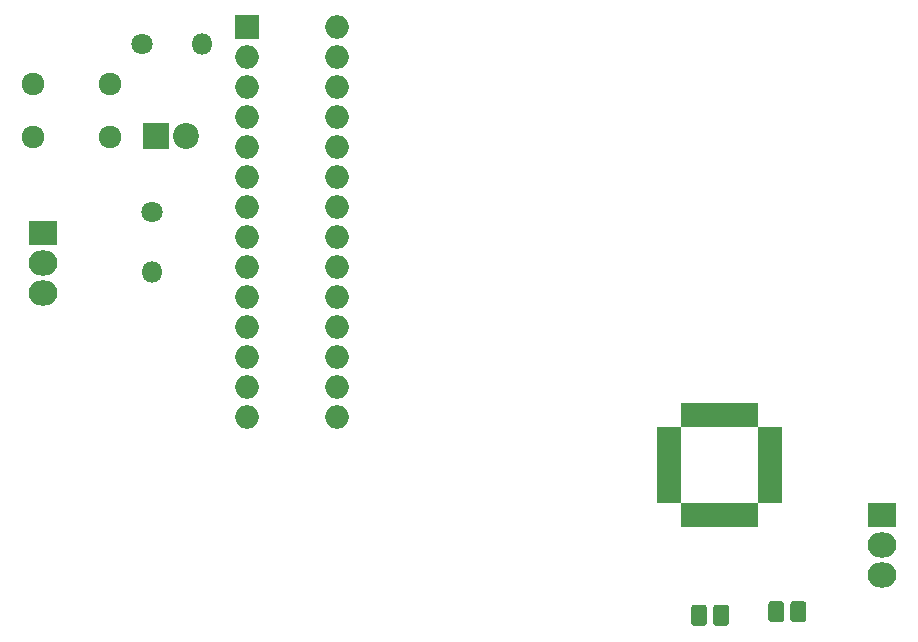
<source format=gts>
%TF.GenerationSoftware,KiCad,Pcbnew,(5.0.0)*%
%TF.CreationDate,2018-10-04T13:43:41-06:00*%
%TF.ProjectId,contador,636F6E7461646F722E6B696361645F70,rev?*%
%TF.SameCoordinates,Original*%
%TF.FileFunction,Soldermask,Top*%
%TF.FilePolarity,Negative*%
%FSLAX46Y46*%
G04 Gerber Fmt 4.6, Leading zero omitted, Abs format (unit mm)*
G04 Created by KiCad (PCBNEW (5.0.0)) date 10/04/18 13:43:41*
%MOMM*%
%LPD*%
G01*
G04 APERTURE LIST*
%ADD10C,0.150000*%
%ADD11C,1.375000*%
%ADD12R,2.200000X2.200000*%
%ADD13C,2.200000*%
%ADD14R,2.430000X2.130000*%
%ADD15O,2.430000X2.130000*%
%ADD16O,1.800000X1.800000*%
%ADD17C,1.800000*%
%ADD18C,1.924000*%
%ADD19R,2.000000X0.950000*%
%ADD20R,0.950000X2.000000*%
%ADD21R,2.000000X2.000000*%
%ADD22O,2.000000X2.000000*%
G04 APERTURE END LIST*
D10*
G36*
X171652443Y-118301655D02*
X171685812Y-118306605D01*
X171718535Y-118314802D01*
X171750297Y-118326166D01*
X171780793Y-118340590D01*
X171809727Y-118357932D01*
X171836823Y-118378028D01*
X171861818Y-118400682D01*
X171884472Y-118425677D01*
X171904568Y-118452773D01*
X171921910Y-118481707D01*
X171936334Y-118512203D01*
X171947698Y-118543965D01*
X171955895Y-118576688D01*
X171960845Y-118610057D01*
X171962500Y-118643750D01*
X171962500Y-119756250D01*
X171960845Y-119789943D01*
X171955895Y-119823312D01*
X171947698Y-119856035D01*
X171936334Y-119887797D01*
X171921910Y-119918293D01*
X171904568Y-119947227D01*
X171884472Y-119974323D01*
X171861818Y-119999318D01*
X171836823Y-120021972D01*
X171809727Y-120042068D01*
X171780793Y-120059410D01*
X171750297Y-120073834D01*
X171718535Y-120085198D01*
X171685812Y-120093395D01*
X171652443Y-120098345D01*
X171618750Y-120100000D01*
X170931250Y-120100000D01*
X170897557Y-120098345D01*
X170864188Y-120093395D01*
X170831465Y-120085198D01*
X170799703Y-120073834D01*
X170769207Y-120059410D01*
X170740273Y-120042068D01*
X170713177Y-120021972D01*
X170688182Y-119999318D01*
X170665528Y-119974323D01*
X170645432Y-119947227D01*
X170628090Y-119918293D01*
X170613666Y-119887797D01*
X170602302Y-119856035D01*
X170594105Y-119823312D01*
X170589155Y-119789943D01*
X170587500Y-119756250D01*
X170587500Y-118643750D01*
X170589155Y-118610057D01*
X170594105Y-118576688D01*
X170602302Y-118543965D01*
X170613666Y-118512203D01*
X170628090Y-118481707D01*
X170645432Y-118452773D01*
X170665528Y-118425677D01*
X170688182Y-118400682D01*
X170713177Y-118378028D01*
X170740273Y-118357932D01*
X170769207Y-118340590D01*
X170799703Y-118326166D01*
X170831465Y-118314802D01*
X170864188Y-118306605D01*
X170897557Y-118301655D01*
X170931250Y-118300000D01*
X171618750Y-118300000D01*
X171652443Y-118301655D01*
X171652443Y-118301655D01*
G37*
D11*
X171275000Y-119200000D03*
D10*
G36*
X169777443Y-118301655D02*
X169810812Y-118306605D01*
X169843535Y-118314802D01*
X169875297Y-118326166D01*
X169905793Y-118340590D01*
X169934727Y-118357932D01*
X169961823Y-118378028D01*
X169986818Y-118400682D01*
X170009472Y-118425677D01*
X170029568Y-118452773D01*
X170046910Y-118481707D01*
X170061334Y-118512203D01*
X170072698Y-118543965D01*
X170080895Y-118576688D01*
X170085845Y-118610057D01*
X170087500Y-118643750D01*
X170087500Y-119756250D01*
X170085845Y-119789943D01*
X170080895Y-119823312D01*
X170072698Y-119856035D01*
X170061334Y-119887797D01*
X170046910Y-119918293D01*
X170029568Y-119947227D01*
X170009472Y-119974323D01*
X169986818Y-119999318D01*
X169961823Y-120021972D01*
X169934727Y-120042068D01*
X169905793Y-120059410D01*
X169875297Y-120073834D01*
X169843535Y-120085198D01*
X169810812Y-120093395D01*
X169777443Y-120098345D01*
X169743750Y-120100000D01*
X169056250Y-120100000D01*
X169022557Y-120098345D01*
X168989188Y-120093395D01*
X168956465Y-120085198D01*
X168924703Y-120073834D01*
X168894207Y-120059410D01*
X168865273Y-120042068D01*
X168838177Y-120021972D01*
X168813182Y-119999318D01*
X168790528Y-119974323D01*
X168770432Y-119947227D01*
X168753090Y-119918293D01*
X168738666Y-119887797D01*
X168727302Y-119856035D01*
X168719105Y-119823312D01*
X168714155Y-119789943D01*
X168712500Y-119756250D01*
X168712500Y-118643750D01*
X168714155Y-118610057D01*
X168719105Y-118576688D01*
X168727302Y-118543965D01*
X168738666Y-118512203D01*
X168753090Y-118481707D01*
X168770432Y-118452773D01*
X168790528Y-118425677D01*
X168813182Y-118400682D01*
X168838177Y-118378028D01*
X168865273Y-118357932D01*
X168894207Y-118340590D01*
X168924703Y-118326166D01*
X168956465Y-118314802D01*
X168989188Y-118306605D01*
X169022557Y-118301655D01*
X169056250Y-118300000D01*
X169743750Y-118300000D01*
X169777443Y-118301655D01*
X169777443Y-118301655D01*
G37*
D11*
X169400000Y-119200000D03*
D12*
X116900000Y-78950000D03*
D13*
X119440000Y-78950000D03*
D14*
X107300000Y-87150000D03*
D15*
X107300000Y-89690000D03*
X107300000Y-92230000D03*
X178400000Y-116080000D03*
X178400000Y-113540000D03*
D14*
X178400000Y-111000000D03*
D10*
G36*
X165114943Y-118601655D02*
X165148312Y-118606605D01*
X165181035Y-118614802D01*
X165212797Y-118626166D01*
X165243293Y-118640590D01*
X165272227Y-118657932D01*
X165299323Y-118678028D01*
X165324318Y-118700682D01*
X165346972Y-118725677D01*
X165367068Y-118752773D01*
X165384410Y-118781707D01*
X165398834Y-118812203D01*
X165410198Y-118843965D01*
X165418395Y-118876688D01*
X165423345Y-118910057D01*
X165425000Y-118943750D01*
X165425000Y-120056250D01*
X165423345Y-120089943D01*
X165418395Y-120123312D01*
X165410198Y-120156035D01*
X165398834Y-120187797D01*
X165384410Y-120218293D01*
X165367068Y-120247227D01*
X165346972Y-120274323D01*
X165324318Y-120299318D01*
X165299323Y-120321972D01*
X165272227Y-120342068D01*
X165243293Y-120359410D01*
X165212797Y-120373834D01*
X165181035Y-120385198D01*
X165148312Y-120393395D01*
X165114943Y-120398345D01*
X165081250Y-120400000D01*
X164393750Y-120400000D01*
X164360057Y-120398345D01*
X164326688Y-120393395D01*
X164293965Y-120385198D01*
X164262203Y-120373834D01*
X164231707Y-120359410D01*
X164202773Y-120342068D01*
X164175677Y-120321972D01*
X164150682Y-120299318D01*
X164128028Y-120274323D01*
X164107932Y-120247227D01*
X164090590Y-120218293D01*
X164076166Y-120187797D01*
X164064802Y-120156035D01*
X164056605Y-120123312D01*
X164051655Y-120089943D01*
X164050000Y-120056250D01*
X164050000Y-118943750D01*
X164051655Y-118910057D01*
X164056605Y-118876688D01*
X164064802Y-118843965D01*
X164076166Y-118812203D01*
X164090590Y-118781707D01*
X164107932Y-118752773D01*
X164128028Y-118725677D01*
X164150682Y-118700682D01*
X164175677Y-118678028D01*
X164202773Y-118657932D01*
X164231707Y-118640590D01*
X164262203Y-118626166D01*
X164293965Y-118614802D01*
X164326688Y-118606605D01*
X164360057Y-118601655D01*
X164393750Y-118600000D01*
X165081250Y-118600000D01*
X165114943Y-118601655D01*
X165114943Y-118601655D01*
G37*
D11*
X164737500Y-119500000D03*
D10*
G36*
X163239943Y-118601655D02*
X163273312Y-118606605D01*
X163306035Y-118614802D01*
X163337797Y-118626166D01*
X163368293Y-118640590D01*
X163397227Y-118657932D01*
X163424323Y-118678028D01*
X163449318Y-118700682D01*
X163471972Y-118725677D01*
X163492068Y-118752773D01*
X163509410Y-118781707D01*
X163523834Y-118812203D01*
X163535198Y-118843965D01*
X163543395Y-118876688D01*
X163548345Y-118910057D01*
X163550000Y-118943750D01*
X163550000Y-120056250D01*
X163548345Y-120089943D01*
X163543395Y-120123312D01*
X163535198Y-120156035D01*
X163523834Y-120187797D01*
X163509410Y-120218293D01*
X163492068Y-120247227D01*
X163471972Y-120274323D01*
X163449318Y-120299318D01*
X163424323Y-120321972D01*
X163397227Y-120342068D01*
X163368293Y-120359410D01*
X163337797Y-120373834D01*
X163306035Y-120385198D01*
X163273312Y-120393395D01*
X163239943Y-120398345D01*
X163206250Y-120400000D01*
X162518750Y-120400000D01*
X162485057Y-120398345D01*
X162451688Y-120393395D01*
X162418965Y-120385198D01*
X162387203Y-120373834D01*
X162356707Y-120359410D01*
X162327773Y-120342068D01*
X162300677Y-120321972D01*
X162275682Y-120299318D01*
X162253028Y-120274323D01*
X162232932Y-120247227D01*
X162215590Y-120218293D01*
X162201166Y-120187797D01*
X162189802Y-120156035D01*
X162181605Y-120123312D01*
X162176655Y-120089943D01*
X162175000Y-120056250D01*
X162175000Y-118943750D01*
X162176655Y-118910057D01*
X162181605Y-118876688D01*
X162189802Y-118843965D01*
X162201166Y-118812203D01*
X162215590Y-118781707D01*
X162232932Y-118752773D01*
X162253028Y-118725677D01*
X162275682Y-118700682D01*
X162300677Y-118678028D01*
X162327773Y-118657932D01*
X162356707Y-118640590D01*
X162387203Y-118626166D01*
X162418965Y-118614802D01*
X162451688Y-118606605D01*
X162485057Y-118601655D01*
X162518750Y-118600000D01*
X163206250Y-118600000D01*
X163239943Y-118601655D01*
X163239943Y-118601655D01*
G37*
D11*
X162862500Y-119500000D03*
D16*
X116575000Y-90430000D03*
D17*
X116575000Y-85350000D03*
X115700000Y-71100000D03*
D16*
X120780000Y-71100000D03*
D18*
X113000000Y-79050000D03*
X106500000Y-79050000D03*
X106500000Y-74550000D03*
X113000000Y-74550000D03*
D19*
X160350000Y-104000000D03*
X160350000Y-104800000D03*
X160350000Y-105600000D03*
X160350000Y-106400000D03*
X160350000Y-107200000D03*
X160350000Y-108000000D03*
X160350000Y-108800000D03*
X160350000Y-109600000D03*
D20*
X161800000Y-111050000D03*
X162600000Y-111050000D03*
X163400000Y-111050000D03*
X164200000Y-111050000D03*
X165000000Y-111050000D03*
X165800000Y-111050000D03*
X166600000Y-111050000D03*
X167400000Y-111050000D03*
D19*
X168850000Y-109600000D03*
X168850000Y-108800000D03*
X168850000Y-108000000D03*
X168850000Y-107200000D03*
X168850000Y-106400000D03*
X168850000Y-105600000D03*
X168850000Y-104800000D03*
X168850000Y-104000000D03*
D20*
X167400000Y-102550000D03*
X166600000Y-102550000D03*
X165800000Y-102550000D03*
X165000000Y-102550000D03*
X164200000Y-102550000D03*
X163400000Y-102550000D03*
X162600000Y-102550000D03*
X161800000Y-102550000D03*
D21*
X124625001Y-69675001D03*
D22*
X132245001Y-102695001D03*
X124625001Y-72215001D03*
X132245001Y-100155001D03*
X124625001Y-74755001D03*
X132245001Y-97615001D03*
X124625001Y-77295001D03*
X132245001Y-95075001D03*
X124625001Y-79835001D03*
X132245001Y-92535001D03*
X124625001Y-82375001D03*
X132245001Y-89995001D03*
X124625001Y-84915001D03*
X132245001Y-87455001D03*
X124625001Y-87455001D03*
X132245001Y-84915001D03*
X124625001Y-89995001D03*
X132245001Y-82375001D03*
X124625001Y-92535001D03*
X132245001Y-79835001D03*
X124625001Y-95075001D03*
X132245001Y-77295001D03*
X124625001Y-97615001D03*
X132245001Y-74755001D03*
X124625001Y-100155001D03*
X132245001Y-72215001D03*
X124625001Y-102695001D03*
X132245001Y-69675001D03*
M02*

</source>
